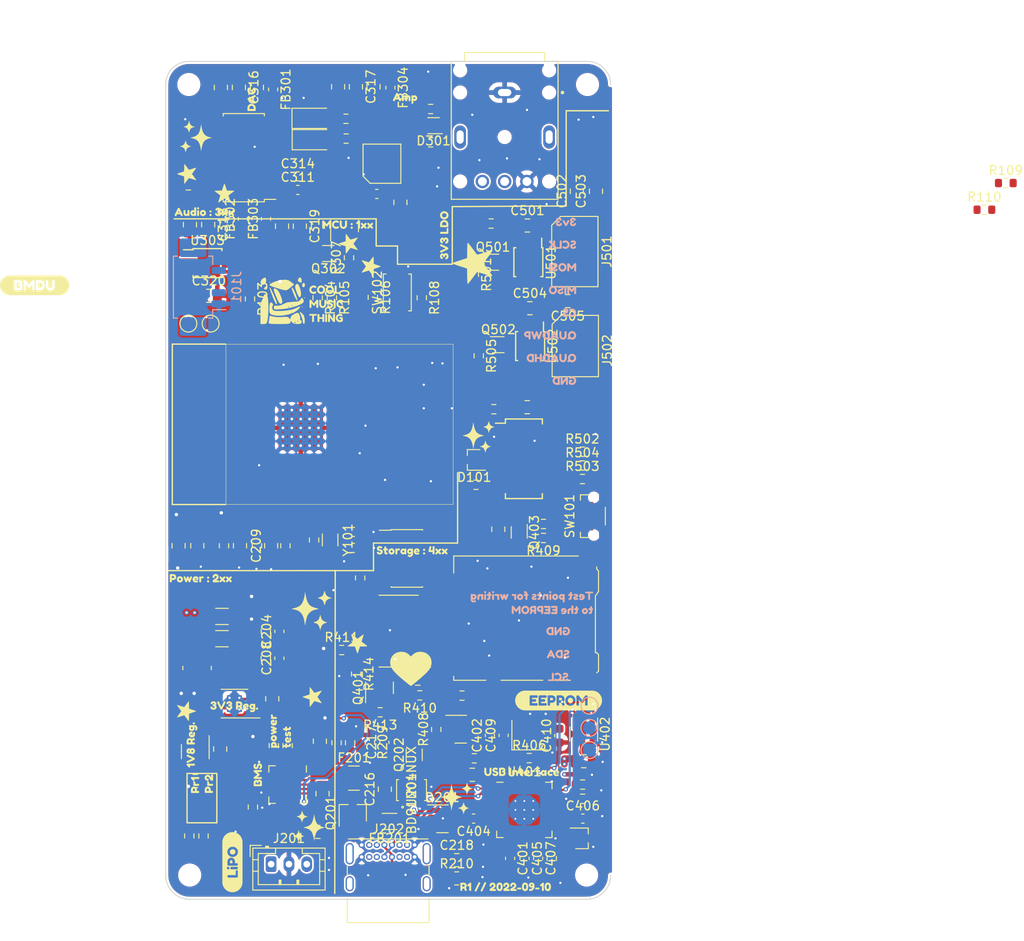
<source format=kicad_pcb>
(kicad_pcb (version 20211014) (generator pcbnew)

  (general
    (thickness 1.566672)
  )

  (paper "A4")
  (layers
    (0 "F.Cu" signal)
    (1 "In1.Cu" signal)
    (2 "In2.Cu" signal)
    (31 "B.Cu" signal)
    (32 "B.Adhes" user "B.Adhesive")
    (33 "F.Adhes" user "F.Adhesive")
    (34 "B.Paste" user)
    (35 "F.Paste" user)
    (36 "B.SilkS" user "B.Silkscreen")
    (37 "F.SilkS" user "F.Silkscreen")
    (38 "B.Mask" user)
    (39 "F.Mask" user)
    (40 "Dwgs.User" user "User.Drawings")
    (41 "Cmts.User" user "User.Comments")
    (42 "Eco1.User" user "User.Eco1")
    (43 "Eco2.User" user "User.Eco2")
    (44 "Edge.Cuts" user)
    (45 "Margin" user)
    (46 "B.CrtYd" user "B.Courtyard")
    (47 "F.CrtYd" user "F.Courtyard")
    (48 "B.Fab" user)
    (49 "F.Fab" user)
    (50 "User.1" user)
    (51 "User.2" user)
    (52 "User.3" user)
    (53 "User.4" user)
    (54 "User.5" user)
    (55 "User.6" user)
    (56 "User.7" user)
    (57 "User.8" user)
    (58 "User.9" user)
  )

  (setup
    (stackup
      (layer "F.SilkS" (type "Top Silk Screen") (color "White"))
      (layer "F.Paste" (type "Top Solder Paste"))
      (layer "F.Mask" (type "Top Solder Mask") (color "Purple") (thickness 0.0254))
      (layer "F.Cu" (type "copper") (thickness 0.04318))
      (layer "dielectric 1" (type "prepreg") (thickness 0.202184) (material "FR408-HR") (epsilon_r 3.69) (loss_tangent 0.0091))
      (layer "In1.Cu" (type "copper") (thickness 0.017272))
      (layer "dielectric 2" (type "core") (thickness 0.9906) (material "FR408-HR") (epsilon_r 3.69) (loss_tangent 0.0091))
      (layer "In2.Cu" (type "copper") (thickness 0.017272))
      (layer "dielectric 3" (type "prepreg") (thickness 0.202184) (material "FR408-HR") (epsilon_r 3.69) (loss_tangent 0.0091))
      (layer "B.Cu" (type "copper") (thickness 0.04318))
      (layer "B.Mask" (type "Bottom Solder Mask") (color "Purple") (thickness 0.0254))
      (layer "B.Paste" (type "Bottom Solder Paste"))
      (layer "B.SilkS" (type "Bottom Silk Screen") (color "White"))
      (copper_finish "ENIG")
      (dielectric_constraints no)
    )
    (pad_to_mask_clearance 0.0508)
    (grid_origin 115.15 57.575)
    (pcbplotparams
      (layerselection 0x00010fc_ffffffff)
      (disableapertmacros false)
      (usegerberextensions true)
      (usegerberattributes true)
      (usegerberadvancedattributes true)
      (creategerberjobfile true)
      (svguseinch false)
      (svgprecision 6)
      (excludeedgelayer true)
      (plotframeref false)
      (viasonmask false)
      (mode 1)
      (useauxorigin false)
      (hpglpennumber 1)
      (hpglpenspeed 20)
      (hpglpendiameter 15.000000)
      (dxfpolygonmode true)
      (dxfimperialunits true)
      (dxfusepcbnewfont true)
      (psnegative false)
      (psa4output false)
      (plotreference true)
      (plotvalue true)
      (plotinvisibletext false)
      (sketchpadsonfab false)
      (subtractmaskfromsilk false)
      (outputformat 1)
      (mirror false)
      (drillshape 0)
      (scaleselection 1)
      (outputdirectory "gerbers")
    )
  )

  (net 0 "")
  (net 1 "GND")
  (net 2 "Net-(C104-Pad1)")
  (net 3 "Net-(C106-Pad1)")
  (net 4 "Net-(C107-Pad2)")
  (net 5 "BAT")
  (net 6 "Net-(C204-Pad1)")
  (net 7 "SYS_POWER")
  (net 8 "BAT_LEVEL")
  (net 9 "+1V8")
  (net 10 "3V3_AUDIO")
  (net 11 "Net-(C306-Pad1)")
  (net 12 "Net-(C306-Pad2)")
  (net 13 "Net-(C308-Pad1)")
  (net 14 "Net-(C308-Pad2)")
  (net 15 "Net-(C311-Pad1)")
  (net 16 "Net-(C311-Pad2)")
  (net 17 "Net-(C312-Pad1)")
  (net 18 "Net-(C314-Pad1)")
  (net 19 "1V8_AUDIO")
  (net 20 "USB_VDD33")
  (net 21 "Net-(C409-Pad1)")
  (net 22 "Net-(C217-Pad1)")
  (net 23 "SD_VDD")
  (net 24 "Net-(C218-Pad1)")
  (net 25 "Net-(C401-Pad1)")
  (net 26 "Net-(D401-Pad1)")
  (net 27 "unconnected-(D401-Pad2)")
  (net 28 "SD_VDD_EN")
  (net 29 "ESP_SCLK")
  (net 30 "ESP_MOSI")
  (net 31 "ESP_MISO")
  (net 32 "DISPLAY_CS")
  (net 33 "NTC")
  (net 34 "~{3.5mm_DETECT}")
  (net 35 "Net-(J301-Pad6)")
  (net 36 "SD_DAT3")
  (net 37 "SD_CMD")
  (net 38 "SD_CLK")
  (net 39 "SD_DAT0")
  (net 40 "SD_DAT1")
  (net 41 "SD_DAT2")
  (net 42 "Net-(C407-Pad1)")
  (net 43 "Net-(L201-Pad1)")
  (net 44 "DISPLAY_EN")
  (net 45 "3V3_AUDIO_EN")
  (net 46 "Net-(C410-Pad2)")
  (net 47 "Net-(R102-Pad2)")
  (net 48 "ESP_SCL")
  (net 49 "ESP_SDA")
  (net 50 "DISPLAY_VDD")
  (net 51 "Net-(R201-Pad2)")
  (net 52 "TOUCH_VDD")
  (net 53 "Net-(R204-Pad2)")
  (net 54 "PROG1")
  (net 55 "PROG3")
  (net 56 "~{CHG_PWR_OK}")
  (net 57 "Net-(R208-Pad2)")
  (net 58 "Net-(U102-Pad8)")
  (net 59 "unconnected-(D101-Pad2)")
  (net 60 "USB_DP")
  (net 61 "Net-(R402-Pad2)")
  (net 62 "USB_DN")
  (net 63 "/Power/VBUS_RAW")
  (net 64 "SD_MUX_SW")
  (net 65 "DAC_SCK")
  (net 66 "DAC_BCK")
  (net 67 "DAC_LRCK")
  (net 68 "JTAG_TMS")
  (net 69 "JTAG_TDI")
  (net 70 "JTAG_TCK")
  (net 71 "unconnected-(U101-Pad17)")
  (net 72 "unconnected-(U101-Pad18)")
  (net 73 "unconnected-(U101-Pad19)")
  (net 74 "unconnected-(U101-Pad20)")
  (net 75 "unconnected-(U101-Pad21)")
  (net 76 "unconnected-(U101-Pad22)")
  (net 77 "JTAG_TDO")
  (net 78 "DAC_DIN")
  (net 79 "unconnected-(U101-Pad32)")
  (net 80 "UART_RXD")
  (net 81 "UART_TXD")
  (net 82 "DAC_MUTE")
  (net 83 "Net-(FB301-Pad2)")
  (net 84 "Net-(FB302-Pad2)")
  (net 85 "Net-(FB303-Pad2)")
  (net 86 "unconnected-(U203-Pad4)")
  (net 87 "unconnected-(U401-Pad7)")
  (net 88 "unconnected-(U401-Pad8)")
  (net 89 "Net-(FB304-Pad1)")
  (net 90 "USB_SD_DAT1")
  (net 91 "USB_SD_DAT0")
  (net 92 "Net-(J202-PadA5)")
  (net 93 "unconnected-(J202-PadA8)")
  (net 94 "USB_SD_CLK")
  (net 95 "Net-(J202-PadB5)")
  (net 96 "USB_SD_CMD")
  (net 97 "unconnected-(J202-PadB8)")
  (net 98 "Net-(J401-Pad2)")
  (net 99 "Net-(J401-Pad3)")
  (net 100 "SD_CD")
  (net 101 "Net-(Q201-Pad1)")
  (net 102 "/Power/VBUS_SWITCHED")
  (net 103 "USB_SD_DAT3")
  (net 104 "Net-(Q202-Pad1)")
  (net 105 "USB_SD_DAT2")
  (net 106 "Net-(Q202-Pad3)")
  (net 107 "unconnected-(U405-Pad3)")
  (net 108 "unconnected-(U103-Pad10)")
  (net 109 "Net-(C312-Pad2)")
  (net 110 "Net-(C313-Pad2)")
  (net 111 "Net-(R305-Pad1)")
  (net 112 "Net-(Q202-Pad4)")
  (net 113 "unconnected-(U301-Pad15)")
  (net 114 "Net-(Q301-Pad1)")
  (net 115 "Net-(Q401-Pad3)")
  (net 116 "~{USB_STORAGE_EN}")
  (net 117 "unconnected-(U101-Pad27)")
  (net 118 "unconnected-(U101-Pad28)")
  (net 119 "ESP_SD_CS")
  (net 120 "~{SD_VDD_EN_INV}")
  (net 121 "Net-(Q501-Pad3)")
  (net 122 "TOUCH_EN")
  (net 123 "Net-(Q502-Pad3)")
  (net 124 "Net-(U103-Pad7)")
  (net 125 "Net-(U103-Pad9)")
  (net 126 "Net-(U201-Pad3)")
  (net 127 "Net-(R412-Pad1)")
  (net 128 "KEY_LOCK")
  (net 129 "KEY_VOL_UP")
  (net 130 "KEY_VOL_DOWN")
  (net 131 "CHG_STAT1")
  (net 132 "CHG_STAT2")
  (net 133 "unconnected-(U101-Pad10)")
  (net 134 "~{3V3_MODE}")
  (net 135 "~{TOUCH_INT}")
  (net 136 "DISPLAY_DR")
  (net 137 "DISPLAY_LED")
  (net 138 "unconnected-(U204-Pad8)")
  (net 139 "unconnected-(U204-Pad9)")
  (net 140 "DAC_SDA")
  (net 141 "DAC_SCL")
  (net 142 "unconnected-(U401-Pad1)")
  (net 143 "unconnected-(U401-Pad10)")
  (net 144 "unconnected-(U401-Pad12)")
  (net 145 "unconnected-(U401-Pad15)")
  (net 146 "unconnected-(U401-Pad16)")
  (net 147 "unconnected-(U401-Pad17)")
  (net 148 "unconnected-(U401-Pad19)")
  (net 149 "unconnected-(U401-Pad20)")
  (net 150 "unconnected-(U401-Pad24)")
  (net 151 "unconnected-(U401-Pad29)")
  (net 152 "Net-(J501-Pad9)")
  (net 153 "Net-(J501-Pad8)")
  (net 154 "Net-(J502-Pad4)")
  (net 155 "Net-(J502-Pad3)")
  (net 156 "Net-(D301-Pad1)")
  (net 157 "Net-(D301-Pad2)")
  (net 158 "Net-(U301-Pad10)")
  (net 159 "+3V3")
  (net 160 "/Power/VBUS_FUSED")
  (net 161 "Net-(U405-Pad2)")
  (net 162 "Net-(R411-Pad2)")
  (net 163 "Net-(FB201-Pad1)")
  (net 164 "unconnected-(J501-Pad1)")
  (net 165 "unconnected-(J501-Pad6)")
  (net 166 "unconnected-(J501-Pad14)")
  (net 167 "unconnected-(J502-Pad5)")
  (net 168 "unconnected-(J502-Pad6)")
  (net 169 "unconnected-(J502-Pad7)")
  (net 170 "unconnected-(J502-Pad8)")
  (net 171 "unconnected-(J502-Pad10)")
  (net 172 "unconnected-(J502-Pad11)")
  (net 173 "unconnected-(J502-Pad12)")
  (net 174 "Net-(J503-Pad1)")
  (net 175 "Net-(J503-Pad2)")
  (net 176 "Net-(J503-Pad3)")

  (footprint "Resistor_SMD:R_0603_1608Metric" (layer "F.Cu") (at 134.3 134.2 -90))

  (footprint "kibuzzard-631D91FD" (layer "F.Cu") (at 153.3 150.4))

  (footprint "Package_SO:MSOP-10-1EP_3x3mm_P0.5mm_EP1.68x1.88mm_ThermalVias" (layer "F.Cu") (at 122.825 129.8 180))

  (footprint "Resistor_SMD:R_0603_1608Metric" (layer "F.Cu") (at 131.775 111.4 -90))

  (footprint "Capacitor_SMD:C_0603_1608Metric" (layer "F.Cu") (at 159.325 133.4 90))

  (footprint "Package_TO_SOT_SMD:SOT-23" (layer "F.Cu") (at 135.2 76.1 90))

  (footprint "Resistor_SMD:R_0603_1608Metric" (layer "F.Cu") (at 207.095 74.275))

  (footprint "footprints:molex-zif-12p" (layer "F.Cu") (at 161.125 90.1 -90))

  (footprint "Capacitor_SMD:C_0603_1608Metric" (layer "F.Cu") (at 127.875 121.675 90))

  (footprint "Resistor_SMD:R_0603_1608Metric" (layer "F.Cu") (at 126.35 121.675 -90))

  (footprint "MountingHole:MountingHole_2.2mm_M2" (layer "F.Cu") (at 117.8 149.075))

  (footprint "Capacitor_SMD:C_0805_2012Metric" (layer "F.Cu") (at 139.725 139.425 90))

  (footprint "Capacitor_SMD:C_1206_3216Metric" (layer "F.Cu") (at 121.425 120))

  (footprint "Capacitor_SMD:C_0805_2012Metric" (layer "F.Cu") (at 123.325 60.525 -90))

  (footprint "Package_DFN_QFN:QFN-20-1EP_4x4mm_P0.5mm_EP2.5x2.5mm" (layer "F.Cu") (at 128.8 138.9 -90))

  (footprint "Capacitor_SMD:C_0805_2012Metric" (layer "F.Cu") (at 132.725 139.925 -90))

  (footprint "Capacitor_SMD:C_0805_2012Metric" (layer "F.Cu") (at 130.175 76.125 -90))

  (footprint "pretty-kicad-footprints:sparkles" (layer "F.Cu") (at 131.5 119.3))

  (footprint "footprints:CUI_SJ-3566AN" (layer "F.Cu") (at 153.1875 66.1 -90))

  (footprint "Capacitor_SMD:C_0805_2012Metric" (layer "F.Cu") (at 156.025 85.35))

  (footprint "Capacitor_SMD:C_0805_2012Metric" (layer "F.Cu") (at 119.875 75.95 -90))

  (footprint "Capacitor_SMD:C_0805_2012Metric" (layer "F.Cu") (at 160.275 84.55 180))

  (footprint "Resistor_SMD:R_0603_1608Metric" (layer "F.Cu") (at 128.8 134.525 -90))

  (footprint "Resistor_SMD:R_0603_1608Metric" (layer "F.Cu") (at 136.95 115.675 90))

  (footprint "pretty-kicad-footprints:heart" (layer "F.Cu") (at 142.65 125.9))

  (footprint "Package_TO_SOT_SMD:SOT-563" (layer "F.Cu") (at 152.475 89.45))

  (footprint "Capacitor_SMD:C_0805_2012Metric" (layer "F.Cu") (at 132.2 144.225))

  (footprint "Capacitor_SMD:C_0805_2012Metric" (layer "F.Cu") (at 152.475 110.2 90))

  (footprint "Inductor_SMD:L_1206_3216Metric" (layer "F.Cu") (at 140.25 143.05 180))

  (footprint "Resistor_SMD:R_0603_1608Metric" (layer "F.Cu") (at 145.5 132.7 90))

  (footprint "Resistor_SMD:R_0603_1608Metric" (layer "F.Cu") (at 149.975 105.2 180))

  (footprint "Resistor_SMD:R_0603_1608Metric" (layer "F.Cu") (at 136.5 126.475 -90))

  (footprint "Resistor_SMD:R_0603_1608Metric" (layer "F.Cu") (at 148.4 128.9 180))

  (footprint "Capacitor_SMD:C_0603_1608Metric" (layer "F.Cu") (at 139.675 134.15 90))

  (footprint "Capacitor_SMD:C_0603_1608Metric" (layer "F.Cu") (at 129.95 70.525))

  (footprint "Capacitor_SMD:C_0805_2012Metric" (layer "F.Cu") (at 149.55 137.8 180))

  (footprint "Package_TO_SOT_SMD:SOT-23" (layer "F.Cu") (at 146.2 142.75))

  (footprint "kibuzzard-631DB129" (layer "F.Cu") (at 119.95 138.8 90))

  (footprint "Package_SO:TSSOP-24_4.4x7.8mm_P0.65mm" (layer "F.Cu") (at 141.275 121.65 180))

  (footprint "Button_Switch_SMD:SW_Push_SPST_NO_Alps_SKRK" (layer "F.Cu") (at 141.125 83.575 90))

  (footprint "Capacitor_SMD:C_0805_2012Metric" (layer "F.Cu") (at 134.475 60.45 -90))

  (footprint "Package_SO:TSSOP-8_3x3mm_P0.65mm" (layer "F.Cu") (at 155.85 80.175 -90))

  (footprint "Button_Switch_SMD:SW_Push_1P1T-MP_NO_Horizontal_Alps_SKRTLAE010" (layer "F.Cu") (at 163.2 108.725 90))

  (footprint "pretty-kicad-footprints:star_small" (layer "F.Cu") (at 121.7 72.4))

  (footprint "Crystal:Crystal_SMD_3225-4Pin_3.2x2.5mm" (layer "F.Cu") (at 156 133.35))

  (footprint "Package_TO_SOT_SMD:SOT-23-5" (layer "F.Cu") (at 118.425 135.2 -90))

  (footprint "Capacitor_SMD:C_0805_2012Metric" (layer "F.Cu") (at 118.65 112.05 -90))

  (footprint "Capacitor_SMD:C_0805_2012Metric" (layer "F.Cu")
    (tedit 5F68FEEE) (tstamp 47b5c38f-7c86-477c-872a-ba31c2d9de46)
    (at 155.725 96.475 180)
    (descr "Capacitor SMD 0805 (2012 Metric), square (rectangular) end terminal, IPC_7351 nominal, (Body size source: IPC-SM-782 page 76, https://www.pcb-3d.com/wordpress/wp-content/uploads/ipc-sm-782a_amendment_1_and_2.pdf, https://docs.google.com/spreadsheets/d/1BsfQQcO9C6DZCsRaXUlFlo91Tg2WpOkGARC1WS5S8t0/edit?usp=sharing), generated with kicad-footprint-generator")
    (tags "capacitor")
    (property "PN" "EMK212BJ105KG-T")
    (property "Sheetfile" "gay-ipod.kicad_sch")
    (property "Sheetname" "")
    (path "/1a51b6c9-bf40-4dcd-a108-9492a04ef02f")
    (attr smd)
    (fp_text reference "C105" (at 0 -1.68) (layer "F.SilkS") hide
      (effects (font (size 1 1) (thickness 0.15)))
      (tstamp ba512d88-277c-400e-be13-981701131c50)
    )
    (fp_text value "1uF" (at 0 1.68) (layer "F.Fab") hide
      (effects (font (size 1 1) (thickness 0.15)))
      (tstamp 52edff40-22f9-42d2-b558-79b7929a2c1f)
    )
    (fp_text user "${REFERENCE}" (at 0 0) (layer "F.Fab") hide
      (effects (font (size 0.5 0.5) (thickness 0.08)))
      (tstamp 51e2d4b5-8249-4a65-992b-205954241b04)
    )
    (fp_line (start -0.261252 0.735) (end 0.261252 0.735) (layer "F.SilkS") (width 0.12) (tstamp 1f6030b8-f67d-4539-9aa1-b1e16d72678d))
    (fp_line (start -0.261252 -0.735) (end 0.261252 -0.735) (layer "F.SilkS") (width 0.12) (tstamp 614db782-95be-48c5-9e01-2edb4b87b968))
    (fp_line (start 1.7 -0.98) (end 1.7 0.98) (layer "F.CrtYd") (width 0.05) (tstamp 17092b2d-cb1d-4727-9e96-3dd8b9f25737))
    (fp_line (start 1.7 0.98) (end -1.7 0.98) (layer "F.CrtYd") (wi
... [2079511 chars truncated]
</source>
